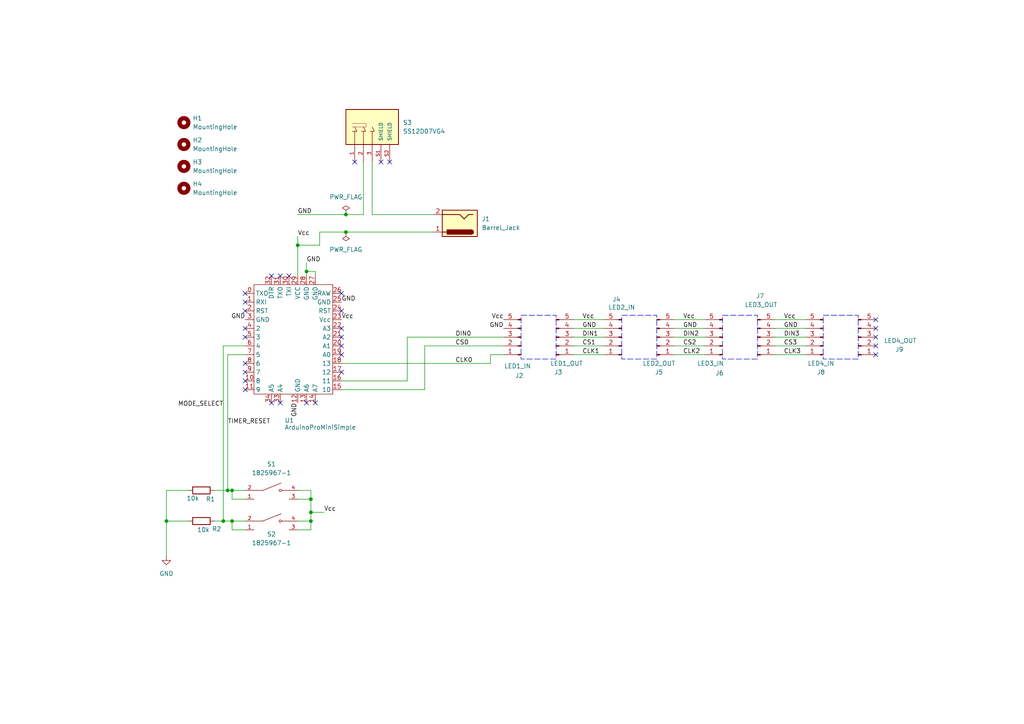
<source format=kicad_sch>
(kicad_sch (version 20250114) (generator "eeschema") (generator_version "9.0")
  (paper "A4")
  (title_block (title "4x8x8 LED Matrix Display") (date "2025-11-01") (rev "${design_version}") (company "The Octothorpe"))
  (lib_symbols
    (symbol "1825967-1_1" (pin_names (offset 1.016) (hide yes))
      (property "Reference" "S1" (at 0 7.62 0))
      (property "Value" "1825967-1" (at 0 5.08 0))
      (symbol "1825967-1_1_0_0"
        (polyline (pts (xy -2.54 0) (xy -5.08 0)) (stroke (width 0.1524)))
        (polyline (pts (xy -2.54 0) (xy 2.794 2.1336)) (stroke (width 0.1524)))
        (circle (center 2.54 0) (radius 0.3302) (stroke (width 0.1524)))
        (polyline (pts (xy 5.08 0) (xy 2.921 0)) (stroke (width 0.1524)))
        (pin passive line (at -7.62 0 0) (length 2.54) (name "~") (number "2"))
        (pin passive line (at -7.62 -2.54 0) (length 2.54) (name "~") (number "1"))
        (pin passive line (at 7.62 0 180) (length 2.54) (name "~") (number "4"))
        (pin passive line (at 7.62 -2.54 180) (length 2.54) (name "~") (number "3"))
      )
    )
    (symbol "ArduinoProMiniSimple:ArduinoProMiniSimple"
      (property "Reference" "U" (at 0 13.97 0))
      (property "Value" "ArduinoProMiniSimple" (at 0 16.51 0))
      (symbol "ArduinoProMiniSimple_0_1"
        (rectangle (start -12.7 8.89) (end 19.05 -13.97) (stroke (width 0.1524)))
      )
      (symbol "ArduinoProMiniSimple_1_1"
        (pin bidirectional line (at -15.24 3.81 0) (length 2.54) (name "A5") (number "34"))
        (pin bidirectional line (at -15.24 1.27 0) (length 2.54) (name "A4") (number "33"))
        (pin power_in line (at -15.24 -3.81 0) (length 2.54) (name "GND") (number "12"))
        (pin bidirectional line (at -15.24 -6.35 0) (length 2.54) (name "A6") (number "13"))
        (pin bidirectional line (at -15.24 -8.89 0) (length 2.54) (name "A7") (number "14"))
        (pin bidirectional line (at -11.43 11.43 270) (length 2.54) (name "9") (number "11"))
        (pin bidirectional line (at -11.43 -16.51 90) (length 2.54) (name "10") (number "15"))
        (pin bidirectional line (at -8.89 11.43 270) (length 2.54) (name "8") (number "10"))
        (pin bidirectional line (at -8.89 -16.51 90) (length 2.54) (name "11") (number "16"))
        (pin bidirectional line (at -6.35 11.43 270) (length 2.54) (name "7") (number "9"))
        (pin bidirectional line (at -6.35 -16.51 90) (length 2.54) (name "12") (number "17"))
        (pin bidirectional line (at -3.81 11.43 270) (length 2.54) (name "6") (number "8"))
        (pin bidirectional line (at -3.81 -16.51 90) (length 2.54) (name "13") (number "18"))
        (pin bidirectional line (at -1.27 11.43 270) (length 2.54) (name "5") (number "7"))
        (pin bidirectional line (at -1.27 -16.51 90) (length 2.54) (name "A0") (number "19"))
        (pin bidirectional line (at 1.27 11.43 270) (length 2.54) (name "4") (number "6"))
        (pin bidirectional line (at 1.27 -16.51 90) (length 2.54) (name "A1") (number "20"))
        (pin bidirectional line (at 3.81 11.43 270) (length 2.54) (name "3") (number "5"))
        (pin bidirectional line (at 3.81 -16.51 90) (length 2.54) (name "A2") (number "21"))
        (pin bidirectional line (at 6.35 11.43 270) (length 2.54) (name "2") (number "4"))
        (pin bidirectional line (at 6.35 -16.51 90) (length 2.54) (name "A3") (number "22"))
        (pin power_in line (at 8.89 11.43 270) (length 2.54) (name "GND") (number "3"))
        (pin power_in line (at 8.89 -16.51 90) (length 2.54) (name "Vcc") (number "23"))
        (pin passive line (at 11.43 11.43 270) (length 2.54) (name "RST") (number "2"))
        (pin passive line (at 11.43 -16.51 90) (length 2.54) (name "RST") (number "24"))
        (pin input line (at 13.97 11.43 270) (length 2.54) (name "RXI") (number "1"))
        (pin power_in line (at 13.97 -16.51 90) (length 2.54) (name "GND") (number "25"))
        (pin output line (at 16.51 11.43 270) (length 2.54) (name "TXO") (number "0"))
        (pin power_in line (at 16.51 -16.51 90) (length 2.54) (name "RAW") (number "26"))
        (pin passive line (at 21.59 3.81 180) (length 2.54) (name "DTR") (number "32"))
        (pin output line (at 21.59 1.27 180) (length 2.54) (name "TXO") (number "31"))
        (pin input line (at 21.59 -1.27 180) (length 2.54) (name "TXI") (number "30"))
        (pin power_in line (at 21.59 -3.81 180) (length 2.54) (name "VCC") (number "29"))
        (pin power_in line (at 21.59 -6.35 180) (length 2.54) (name "GND") (number "28"))
        (pin input line (at 21.59 -8.89 180) (length 2.54) (name "GND") (number "27"))
      )
    )
    (symbol "Connector:Barrel_Jack" (pin_names (offset 1.016))
      (property "Reference" "J" (at 0 5.334 0))
      (property "Value" "Barrel_Jack" (at 0 -5.08 0))
      (symbol "Barrel_Jack_0_1"
        (rectangle (start -5.08 3.81) (end 5.08 -3.81) (stroke (width 0.254)) (fill (type background)))
        (polyline (pts (xy -3.81 -2.54) (xy -2.54 -2.54) (xy -1.27 -1.27) (xy 0 -2.54) (xy 2.54 -2.54) (xy 5.08 -2.54)) (stroke (width 0.254)))
        (arc (start -3.302 1.905) (mid -3.9343 2.54) (end -3.302 3.175) (stroke (width 0.254)))
        (arc (start -3.302 1.905) (mid -3.9343 2.54) (end -3.302 3.175) (stroke (width 0.254)) (fill (type outline)))
        (rectangle (start 3.683 3.175) (end -3.302 1.905) (stroke (width 0.254)) (fill (type outline)))
        (polyline (pts (xy 5.08 2.54) (xy 3.81 2.54)) (stroke (width 0.254)))
      )
      (symbol "Barrel_Jack_1_1"
        (pin passive line (at 7.62 2.54 180) (length 2.54) (name "~") (number "1"))
        (pin passive line (at 7.62 -2.54 180) (length 2.54) (name "~") (number "2"))
      )
    )
    (symbol "Connector:Conn_01x05_Pin" (pin_names (offset 1.016) (hide yes))
      (property "Reference" "J" (at 0 7.62 0))
      (property "Value" "Conn_01x05_Pin" (at 0 -7.62 0))
      (symbol "Conn_01x05_Pin_1_1"
        (rectangle (start 0.8636 5.207) (end 0 4.953) (stroke (width 0.1524)) (fill (type outline)))
        (rectangle (start 0.8636 2.667) (end 0 2.413) (stroke (width 0.1524)) (fill (type outline)))
        (rectangle (start 0.8636 0.127) (end 0 -0.127) (stroke (width 0.1524)) (fill (type outline)))
        (rectangle (start 0.8636 -2.413) (end 0 -2.667) (stroke (width 0.1524)) (fill (type outline)))
        (rectangle (start 0.8636 -4.953) (end 0 -5.207) (stroke (width 0.1524)) (fill (type outline)))
        (polyline (pts (xy 1.27 5.08) (xy 0.8636 5.08)) (stroke (width 0.1524)))
        (polyline (pts (xy 1.27 2.54) (xy 0.8636 2.54)) (stroke (width 0.1524)))
        (polyline (pts (xy 1.27 0) (xy 0.8636 0)) (stroke (width 0.1524)))
        (polyline (pts (xy 1.27 -2.54) (xy 0.8636 -2.54)) (stroke (width 0.1524)))
        (polyline (pts (xy 1.27 -5.08) (xy 0.8636 -5.08)) (stroke (width 0.1524)))
        (pin passive line (at 5.08 5.08 180) (length 3.81) (name "Pin_1") (number "1"))
        (pin passive line (at 5.08 2.54 180) (length 3.81) (name "Pin_2") (number "2"))
        (pin passive line (at 5.08 0 180) (length 3.81) (name "Pin_3") (number "3"))
        (pin passive line (at 5.08 -2.54 180) (length 3.81) (name "Pin_4") (number "4"))
        (pin passive line (at 5.08 -5.08 180) (length 3.81) (name "Pin_5") (number "5"))
      )
    )
    (symbol "Device:R" (pin_numbers (hide yes)) (pin_names (offset 0))
      (property "Reference" "R" (at 2.032 0 90))
      (property "Value" "R" (at 0 0 90))
      (symbol "R_0_1"
        (rectangle (start -1.016 -2.54) (end 1.016 2.54) (stroke (width 0.254)))
      )
      (symbol "R_1_1"
        (pin passive line (at 0 3.81 270) (length 1.27) (name "~") (number "1"))
        (pin passive line (at 0 -3.81 90) (length 1.27) (name "~") (number "2"))
      )
    )
    (symbol "Mechanical:MountingHole" (pin_names (offset 1.016)) (in_bom no)
      (property "Reference" "H" (at 0 5.08 0))
      (property "Value" "MountingHole" (at 0 3.175 0))
      (symbol "MountingHole_0_1"
        (circle (center 0 0) (radius 1.27) (stroke (width 1.27)))
      )
    )
    (symbol "SS12D07VG4:SS12D07VG4" (pin_names (offset 1.016))
      (property "Reference" "S3" (at 1.2701 -8.89 90))
      (property "Value" "SS12D07VG4" (at -1.2699 -8.89 90))
      (symbol "SS12D07VG4_0_0"
        (polyline (pts (xy -5.08 5.08) (xy -1.27 5.08)) (stroke (width 0.1524)))
        (polyline (pts (xy -5.08 2.54) (xy -1.27 2.54)) (stroke (width 0.1524)))
        (polyline (pts (xy -5.08 0) (xy -1.27 0)) (stroke (width 0.1524)))
        (rectangle (start -5.08 -7.62) (end 5.08 7.62) (stroke (width 0.254)) (fill (type background)))
        (polyline (pts (xy -1.27 5.715) (xy -1.27 4.445) (xy 0 5.08)) (stroke (width 0.1524)) (fill (type background)))
        (polyline (pts (xy -1.27 3.175) (xy -1.27 1.905) (xy 0 2.54)) (stroke (width 0.1524)) (fill (type background)))
        (polyline (pts (xy -1.27 0.635) (xy -1.27 -0.635) (xy 0 0)) (stroke (width 0.1524)) (fill (type background)))
        (polyline (pts (xy 0 5.842) (xy 0 1.778) (xy 1.016 1.778) (xy 1.016 5.842)) (stroke (width 0.0254)) (fill (type background)))
        (pin passive line (at -10.16 5.08 0) (length 5.08) (name "~") (number "1"))
        (pin passive line (at -10.16 2.54 0) (length 5.08) (name "~") (number "2"))
        (pin passive line (at -10.16 0 0) (length 5.08) (name "~") (number "3"))
        (pin passive line (at -10.16 -2.54 0) (length 5.08) (name "SHIELD") (number "S1"))
        (pin passive line (at -10.16 -5.08 0) (length 5.08) (name "SHIELD") (number "S2"))
      )
    )
    (symbol "Switch Tactile OFF (ON) SPST Round Button:1825967-1" (pin_names (offset 1.016) (hide yes))
      (property "Reference" "S2" (at 0 7.62 0))
      (property "Value" "1825967-1" (at 0 5.08 0))
      (symbol "1825967-1_0_0"
        (polyline (pts (xy -2.54 0) (xy -5.08 0)) (stroke (width 0.1524)))
        (polyline (pts (xy -2.54 0) (xy 2.794 2.1336)) (stroke (width 0.1524)))
        (circle (center 2.54 0) (radius 0.3302) (stroke (width 0.1524)))
        (polyline (pts (xy 5.08 0) (xy 2.921 0)) (stroke (width 0.1524)))
        (pin passive line (at -7.62 0 0) (length 2.54) (name "~") (number "2"))
        (pin passive line (at -7.62 -2.54 0) (length 2.54) (name "~") (number "1"))
        (pin passive line (at 7.62 0 180) (length 2.54) (name "~") (number "4"))
        (pin passive line (at 7.62 -2.54 180) (length 2.54) (name "~") (number "3"))
      )
    )
    (symbol "power:GND" (power) (pin_numbers (hide yes)) (pin_names (offset 0) (hide yes))
      (property "Value" "GND" (at 0 -3.81 0))
      (symbol "GND_0_1"
        (polyline (pts (xy 0 0) (xy 0 -1.27) (xy 1.27 -1.27) (xy 0 -2.54) (xy -1.27 -1.27) (xy 0 -1.27)))
      )
      (symbol "GND_1_1"
        (pin power_in line (at 0 0 270) (length 0) (name "~") (number "1"))
      )
    )
    (symbol "power:PWR_FLAG" (power) (pin_numbers (hide yes)) (pin_names (offset 0) (hide yes))
      (property "Value" "PWR_FLAG" (at 0 3.81 0))
      (symbol "PWR_FLAG_0_0"
        (pin power_out line (at 0 0 90) (length 0) (name "~") (number "1"))
      )
      (symbol "PWR_FLAG_0_1"
        (polyline (pts (xy 0 0) (xy 0 1.27) (xy -1.016 1.905) (xy 0 2.54) (xy 1.016 1.905) (xy 0 1.27)))
      )
    )
  )
  (rectangle (start 180.34 91.44) (end 190.5 104.14) (stroke (width 0) (type dash)))
  (rectangle (start 238.76 91.44) (end 248.92 104.14) (stroke (width 0) (type dash)))
  (rectangle (start 209.55 91.44) (end 219.71 104.14) (stroke (width 0) (type dash)))
  (rectangle (start 151.13 91.44) (end 161.29 104.14) (stroke (width 0) (type dash)))
  (junction (at 90.17 144.78))
  (junction (at 86.36 71.12))
  (junction (at 100.33 62.23))
  (junction (at 67.31 142.24))
  (junction (at 64.77 151.13))
  (junction (at 88.9 78.74))
  (junction (at 66.04 142.24))
  (junction (at 100.33 67.31))
  (junction (at 67.31 151.13))
  (junction (at 90.17 151.13))
  (junction (at 48.26 151.13))
  (junction (at 90.17 148.59))
  (no_connect (at 102.87 46.99))
  (no_connect (at 71.12 85.09))
  (no_connect (at 99.06 95.25))
  (no_connect (at 71.12 90.17))
  (no_connect (at 254 95.25))
  (no_connect (at 71.12 97.79))
  (no_connect (at 254 92.71))
  (no_connect (at 78.74 80.01))
  (no_connect (at 254 102.87))
  (no_connect (at 88.9 116.84))
  (no_connect (at 254 100.33))
  (no_connect (at 99.06 102.87))
  (no_connect (at 110.49 46.99))
  (no_connect (at 71.12 113.03))
  (no_connect (at 83.82 80.01))
  (no_connect (at 91.44 116.84))
  (no_connect (at 99.06 90.17))
  (no_connect (at 113.03 46.99))
  (no_connect (at 71.12 107.95))
  (no_connect (at 99.06 100.33))
  (no_connect (at 81.28 116.84))
  (no_connect (at 71.12 87.63))
  (no_connect (at 81.28 80.01))
  (no_connect (at 71.12 95.25))
  (no_connect (at 99.06 85.09))
  (no_connect (at 99.06 97.79))
  (no_connect (at 99.06 107.95))
  (no_connect (at 254 97.79))
  (no_connect (at 71.12 110.49))
  (no_connect (at 78.74 116.84))
  (no_connect (at 71.12 105.41))
  (wire (pts (xy 105.41 46.99) (xy 105.41 62.23)))
  (wire (pts (xy 195.58 95.25) (xy 204.47 95.25)))
  (wire (pts (xy 67.31 153.67) (xy 71.12 153.67)))
  (wire (pts (xy 62.23 142.24) (xy 66.04 142.24)))
  (wire (pts (xy 86.36 68.58) (xy 86.36 71.12)))
  (wire (pts (xy 67.31 142.24) (xy 71.12 142.24)))
  (wire (pts (xy 100.33 62.23) (xy 105.41 62.23)))
  (wire (pts (xy 71.12 144.78) (xy 67.31 144.78)))
  (wire (pts (xy 195.58 97.79) (xy 204.47 97.79)))
  (wire (pts (xy 118.11 97.79) (xy 146.05 97.79)))
  (wire (pts (xy 99.06 110.49) (xy 118.11 110.49)))
  (wire (pts (xy 86.36 71.12) (xy 86.36 80.01)))
  (wire (pts (xy 224.79 100.33) (xy 233.68 100.33)))
  (wire (pts (xy 107.95 62.23) (xy 125.73 62.23)))
  (wire (pts (xy 195.58 102.87) (xy 204.47 102.87)))
  (wire (pts (xy 91.44 80.01) (xy 91.44 78.74)))
  (wire (pts (xy 86.36 151.13) (xy 90.17 151.13)))
  (wire (pts (xy 99.06 105.41) (xy 142.24 105.41)))
  (wire (pts (xy 71.12 102.87) (xy 66.04 102.87)))
  (wire (pts (xy 166.37 92.71) (xy 175.26 92.71)))
  (wire (pts (xy 166.37 102.87) (xy 175.26 102.87)))
  (wire (pts (xy 48.26 161.29) (xy 48.26 151.13)))
  (wire (pts (xy 86.36 142.24) (xy 90.17 142.24)))
  (wire (pts (xy 142.24 102.87) (xy 146.05 102.87)))
  (wire (pts (xy 64.77 100.33) (xy 71.12 100.33)))
  (wire (pts (xy 166.37 97.79) (xy 175.26 97.79)))
  (wire (pts (xy 107.95 46.99) (xy 107.95 62.23)))
  (wire (pts (xy 195.58 100.33) (xy 204.47 100.33)))
  (wire (pts (xy 86.36 71.12) (xy 92.71 71.12)))
  (wire (pts (xy 88.9 78.74) (xy 88.9 80.01)))
  (wire (pts (xy 224.79 95.25) (xy 233.68 95.25)))
  (wire (pts (xy 166.37 95.25) (xy 175.26 95.25)))
  (wire (pts (xy 86.36 144.78) (xy 90.17 144.78)))
  (wire (pts (xy 62.23 151.13) (xy 64.77 151.13)))
  (wire (pts (xy 66.04 142.24) (xy 67.31 142.24)))
  (wire (pts (xy 224.79 92.71) (xy 233.68 92.71)))
  (wire (pts (xy 123.19 100.33) (xy 146.05 100.33)))
  (wire (pts (xy 195.58 92.71) (xy 204.47 92.71)))
  (wire (pts (xy 142.24 105.41) (xy 142.24 102.87)))
  (wire (pts (xy 166.37 100.33) (xy 175.26 100.33)))
  (wire (pts (xy 48.26 151.13) (xy 54.61 151.13)))
  (wire (pts (xy 123.19 113.03) (xy 123.19 100.33)))
  (wire (pts (xy 90.17 142.24) (xy 90.17 144.78)))
  (wire (pts (xy 90.17 151.13) (xy 90.17 153.67)))
  (wire (pts (xy 66.04 102.87) (xy 66.04 142.24)))
  (wire (pts (xy 67.31 151.13) (xy 67.31 153.67)))
  (wire (pts (xy 224.79 97.79) (xy 233.68 97.79)))
  (wire (pts (xy 48.26 142.24) (xy 54.61 142.24)))
  (wire (pts (xy 224.79 102.87) (xy 233.68 102.87)))
  (wire (pts (xy 88.9 76.2) (xy 88.9 78.74)))
  (wire (pts (xy 90.17 144.78) (xy 90.17 148.59)))
  (wire (pts (xy 86.36 62.23) (xy 100.33 62.23)))
  (wire (pts (xy 92.71 67.31) (xy 92.71 71.12)))
  (wire (pts (xy 90.17 148.59) (xy 90.17 151.13)))
  (wire (pts (xy 99.06 113.03) (xy 123.19 113.03)))
  (wire (pts (xy 125.73 67.31) (xy 100.33 67.31)))
  (wire (pts (xy 67.31 142.24) (xy 67.31 144.78)))
  (wire (pts (xy 100.33 67.31) (xy 92.71 67.31)))
  (wire (pts (xy 64.77 151.13) (xy 67.31 151.13)))
  (wire (pts (xy 90.17 148.59) (xy 93.98 148.59)))
  (wire (pts (xy 118.11 110.49) (xy 118.11 97.79)))
  (wire (pts (xy 88.9 78.74) (xy 91.44 78.74)))
  (wire (pts (xy 64.77 100.33) (xy 64.77 151.13)))
  (wire (pts (xy 48.26 151.13) (xy 48.26 142.24)))
  (wire (pts (xy 86.36 153.67) (xy 90.17 153.67)))
  (wire (pts (xy 67.31 151.13) (xy 71.12 151.13)))
  (label "DIN1" (at 168.91 97.79 0))
  (label "DIN0" (at 132.08 97.79 0))
  (label "GND" (at 71.12 92.71 180))
  (label "GND" (at 88.9 76.2 0))
  (label "TIMER_RESET" (at 66.04 123.19 0))
  (label "CLK0" (at 132.08 105.41 0))
  (label "GND" (at 146.05 95.25 180))
  (label "CS0" (at 132.08 100.33 0))
  (label "MODE_SELECT" (at 64.77 118.11 180))
  (label "GND" (at 168.91 95.25 0))
  (label "Vcc" (at 99.06 92.71 0))
  (label "GND" (at 99.06 87.63 0))
  (label "CLK1" (at 168.91 102.87 0))
  (label "CLK3" (at 227.33 102.87 0))
  (label "CS2" (at 198.12 100.33 0))
  (label "GND" (at 86.36 62.23 0))
  (label "Vcc" (at 168.91 92.71 0))
  (label "DIN2" (at 198.12 97.79 0))
  (label "Vcc" (at 146.05 92.71 180))
  (label "CS1" (at 168.91 100.33 0))
  (label "Vcc" (at 198.12 92.71 0))
  (label "GND" (at 227.33 95.25 0))
  (label "GND" (at 86.36 116.84 270))
  (label "Vcc" (at 93.98 148.59 0))
  (label "CS3" (at 227.33 100.33 0))
  (label "CLK2" (at 198.12 102.87 0))
  (label "DIN3" (at 227.33 97.79 0))
  (label "Vcc" (at 227.33 92.71 0))
  (label "GND" (at 198.12 95.25 0))
  (label "Vcc" (at 86.36 68.58 0))
  (symbol (lib_id "Connector:Conn_01x05_Pin") (at 161.29 97.79 0) (mirror x) (unit 1)
    (property "Reference" "J3" (at 161.925 107.95 0))
    (property "Value" "LED1_OUT" (at 164.338 105.41 0))
    (property "Footprint" "Connector_PinHeader_2.54mm:PinHeader_1x05_P2.54mm_Vertical" (effects (hide yes)))
    (property "Description" "Generic connector, single row, 01x05, script generated" (effects (hide yes)))
  )
  (symbol (lib_id "Device:R") (at 58.42 151.13 270) (unit 1)
    (property "Reference" "R2" (at 61.468 153.416 90) (effects (justify left)))
    (property "Value" "10k" (at 57.1501 153.67 90) (effects (justify left)))
    (property "Footprint" "Resistor_THT:R_Axial_DIN0204_L3.6mm_D1.6mm_P7.62mm_Horizontal" (effects (hide yes)))
    (property "Description" "Resistor" (effects (hide yes)))
  )
  (symbol (lib_id "Mechanical:MountingHole") (at 53.34 48.26 0) (unit 1) (in_bom no)
    (property "Reference" "H3" (at 55.88 46.9899 0) (effects (justify left)))
    (property "Value" "MountingHole" (at 55.88 49.5299 0) (effects (justify left)))
    (property "Footprint" "MountingHole:MountingHole_2.5mm" (effects (hide yes)))
    (property "Description" "Mounting Hole without connection" (effects (hide yes)))
  )
  (symbol (lib_id "Mechanical:MountingHole") (at 53.34 41.91 0) (unit 1) (in_bom no)
    (property "Reference" "H2" (at 55.88 40.6399 0) (effects (justify left)))
    (property "Value" "MountingHole" (at 55.88 43.1799 0) (effects (justify left)))
    (property "Footprint" "MountingHole:MountingHole_2.5mm" (effects (hide yes)))
    (property "Description" "Mounting Hole without connection" (effects (hide yes)))
  )
  (symbol (lib_id "Mechanical:MountingHole") (at 53.34 35.56 0) (unit 1) (in_bom no)
    (property "Reference" "H1" (at 55.88 34.2899 0) (effects (justify left)))
    (property "Value" "MountingHole" (at 55.88 36.8299 0) (effects (justify left)))
    (property "Footprint" "MountingHole:MountingHole_2.5mm" (effects (hide yes)))
    (property "Description" "Mounting Hole without connection" (effects (hide yes)))
  )
  (symbol (lib_id "Connector:Conn_01x05_Pin") (at 238.76 97.79 180) (unit 1)
    (property "Reference" "J8" (at 238.125 107.95 0))
    (property "Value" "LED4_IN" (at 238.125 105.41 0))
    (property "Footprint" "Connector_PinHeader_2.54mm:PinHeader_1x05_P2.54mm_Vertical" (effects (hide yes)))
    (property "Description" "Generic connector, single row, 01x05, script generated" (effects (hide yes)))
  )
  (symbol (lib_id "power:GND") (at 48.26 161.29 0) (unit 1)
    (property "Reference" "#PWR01" (effects (hide yes)))
    (property "Value" "GND" (at 48.26 166.37 0))
    (property "Description" "Power symbol creates a global label with name \"GND\" , ground" (effects (hide yes)))
  )
  (symbol (lib_id "SS12D07VG4:SS12D07VG4") (at 107.95 36.83 90) (unit 1)
    (property "Reference" "S3" (at 116.84 35.5599 90) (effects (justify right)))
    (property "Value" "SS12D07VG4" (at 116.84 38.0999 90) (effects (justify right)))
    (property "Footprint" "Footprints:SW_SS12D07VG4" (effects (hide yes)))
    (property "STANDARD" "Manufacturer Recommendations" (effects (hide yes)))
    (property "MAXIMUM_PACKAGE_HEIGHT" "8.7mm" (effects (hide yes)))
    (property "MANUFACTURER" "Shouhan" (effects (hide yes)))
    (property "PARTREV" "1" (effects (hide yes)))
  )
  (symbol (lib_id "Connector:Barrel_Jack") (at 133.35 64.77 180) (unit 1)
    (property "Reference" "J1" (at 139.7 63.4999 0) (effects (justify right)))
    (property "Value" "Barrel_Jack" (at 139.7 66.0399 0) (effects (justify right)))
    (property "Footprint" "Connector_BarrelJack:BarrelJack_Horizontal" (effects (hide yes)))
    (property "Description" "DC Barrel Jack" (effects (hide yes)))
  )
  (symbol (lib_id "Switch Tactile OFF (ON) SPST Round Button:1825967-1") (at 78.74 151.13 0) (unit 1)
    (property "Reference" "S2" (at 78.74 154.94 0))
    (property "Value" "1825967-1" (at 78.74 157.48 0))
    (property "Footprint" "Footprints:SW_1825967-1" (effects (hide yes)))
    (property "Comment" "1825967-1" (effects (hide yes)))
  )
  (symbol (lib_id "power:PWR_FLAG") (at 100.33 67.31 180) (unit 1)
    (property "Reference" "#FLG02" (effects (hide yes)))
    (property "Value" "PWR_FLAG" (at 100.33 72.39 0))
    (property "Description" "Special symbol for telling ERC where power comes from" (effects (hide yes)))
  )
  (symbol (lib_id "Mechanical:MountingHole") (at 53.34 54.61 0) (unit 1) (in_bom no)
    (property "Reference" "H4" (at 55.88 53.3399 0) (effects (justify left)))
    (property "Value" "MountingHole" (at 55.88 55.8799 0) (effects (justify left)))
    (property "Footprint" "MountingHole:MountingHole_2.5mm" (effects (hide yes)))
    (property "Description" "Mounting Hole without connection" (effects (hide yes)))
  )
  (symbol (lib_id "Device:R") (at 58.42 142.24 270) (unit 1)
    (property "Reference" "R1" (at 59.6901 144.78 90) (effects (justify left)))
    (property "Value" "10k" (at 54.102 144.526 90) (effects (justify left)))
    (property "Footprint" "Resistor_THT:R_Axial_DIN0204_L3.6mm_D1.6mm_P7.62mm_Horizontal" (effects (hide yes)))
    (property "Description" "Resistor" (effects (hide yes)))
  )
  (symbol (lib_id "Connector:Conn_01x05_Pin") (at 219.71 97.79 0) (mirror x) (unit 1)
    (property "Reference" "J7" (at 220.472 85.852 0))
    (property "Value" "LED3_OUT" (at 220.726 88.392 0))
    (property "Footprint" "Connector_PinHeader_2.54mm:PinHeader_1x05_P2.54mm_Vertical" (effects (hide yes)))
    (property "Description" "Generic connector, single row, 01x05, script generated" (effects (hide yes)))
  )
  (symbol (lib_id "ArduinoProMiniSimple:ArduinoProMiniSimple") (at 82.55 101.6 90) (unit 1)
    (property "Reference" "U1" (at 82.55 121.92 90) (effects (justify right)))
    (property "Value" "ArduinoProMiniSimple" (at 82.55 123.952 90) (effects (justify right)))
    (property "Footprint" "Footprints:ArduinoProMiniCustom" (effects (hide yes)))
    (property "Description" "This is an Arduino Pro Mini, with A4 and A5 placed on an inside row instead of the perimeter of the module." (effects (hide yes)))
  )
  (symbol (lib_id "Connector:Conn_01x05_Pin") (at 180.34 97.79 180) (unit 1)
    (property "Reference" "J4" (at 178.816 86.868 0))
    (property "Value" "LED2_IN" (at 180.34 89.154 0))
    (property "Footprint" "Connector_PinHeader_2.54mm:PinHeader_1x05_P2.54mm_Vertical" (effects (hide yes)))
    (property "Description" "Generic connector, single row, 01x05, script generated" (effects (hide yes)))
  )
  (symbol (lib_id "Connector:Conn_01x05_Pin") (at 209.55 97.79 180) (unit 1)
    (property "Reference" "J6" (at 207.518 108.204 0) (effects (justify right)))
    (property "Value" "LED3_IN" (at 202.184 105.41 0) (effects (justify right)))
    (property "Footprint" "Connector_PinHeader_2.54mm:PinHeader_1x05_P2.54mm_Vertical" (effects (hide yes)))
    (property "Description" "Generic connector, single row, 01x05, script generated" (effects (hide yes)))
  )
  (symbol (lib_id "Connector:Conn_01x05_Pin") (at 190.5 97.79 0) (mirror x) (unit 1)
    (property "Reference" "J5" (at 191.135 107.95 0))
    (property "Value" "LED2_OUT" (at 191.135 105.41 0))
    (property "Footprint" "Connector_PinHeader_2.54mm:PinHeader_1x05_P2.54mm_Vertical" (effects (hide yes)))
    (property "Description" "Generic connector, single row, 01x05, script generated" (effects (hide yes)))
  )
  (symbol (lib_name "1825967-1_1") (lib_id "Switch Tactile OFF (ON) SPST Round Button:1825967-1") (at 78.74 142.24 0) (unit 1)
    (property "Reference" "S1" (at 78.74 134.62 0))
    (property "Value" "1825967-1" (at 78.74 137.16 0))
    (property "Footprint" "Footprints:SW_1825967-1" (effects (hide yes)))
    (property "Comment" "1825967-1" (effects (hide yes)))
  )
  (symbol (lib_id "power:PWR_FLAG") (at 100.33 62.23 0) (unit 1)
    (property "Reference" "#FLG01" (effects (hide yes)))
    (property "Value" "PWR_FLAG" (at 100.33 57.15 0))
    (property "Description" "Special symbol for telling ERC where power comes from" (effects (hide yes)))
  )
  (symbol (lib_id "Connector:Conn_01x05_Pin") (at 151.13 97.79 180) (unit 1)
    (property "Reference" "J2" (at 150.622 108.966 0))
    (property "Value" "LED1_IN" (at 150.114 106.172 0))
    (property "Footprint" "Connector_PinHeader_2.54mm:PinHeader_1x05_P2.54mm_Vertical" (effects (hide yes)))
    (property "Description" "Generic connector, single row, 01x05, script generated" (effects (hide yes)))
  )
  (symbol (lib_id "Connector:Conn_01x05_Pin") (at 248.92 97.79 0) (mirror x) (unit 1)
    (property "Reference" "J9" (at 260.858 101.346 0))
    (property "Value" "LED4_OUT" (at 261.112 98.806 0))
    (property "Footprint" "Connector_PinHeader_2.54mm:PinHeader_1x05_P2.54mm_Vertical" (effects (hide yes)))
    (property "Description" "Generic connector, single row, 01x05, script generated" (effects (hide yes)))
  )
)
</source>
